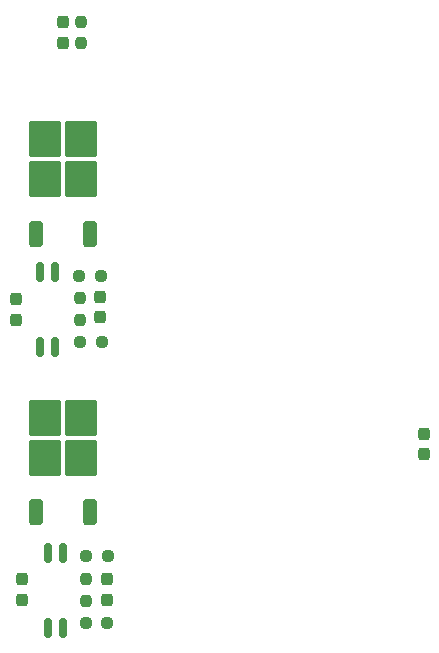
<source format=gbr>
%TF.GenerationSoftware,KiCad,Pcbnew,9.0.2*%
%TF.CreationDate,2025-06-04T00:20:04+07:00*%
%TF.ProjectId,Pneumatic,506e6575-6d61-4746-9963-2e6b69636164,rev?*%
%TF.SameCoordinates,Original*%
%TF.FileFunction,Paste,Top*%
%TF.FilePolarity,Positive*%
%FSLAX46Y46*%
G04 Gerber Fmt 4.6, Leading zero omitted, Abs format (unit mm)*
G04 Created by KiCad (PCBNEW 9.0.2) date 2025-06-04 00:20:04*
%MOMM*%
%LPD*%
G01*
G04 APERTURE LIST*
G04 Aperture macros list*
%AMRoundRect*
0 Rectangle with rounded corners*
0 $1 Rounding radius*
0 $2 $3 $4 $5 $6 $7 $8 $9 X,Y pos of 4 corners*
0 Add a 4 corners polygon primitive as box body*
4,1,4,$2,$3,$4,$5,$6,$7,$8,$9,$2,$3,0*
0 Add four circle primitives for the rounded corners*
1,1,$1+$1,$2,$3*
1,1,$1+$1,$4,$5*
1,1,$1+$1,$6,$7*
1,1,$1+$1,$8,$9*
0 Add four rect primitives between the rounded corners*
20,1,$1+$1,$2,$3,$4,$5,0*
20,1,$1+$1,$4,$5,$6,$7,0*
20,1,$1+$1,$6,$7,$8,$9,0*
20,1,$1+$1,$8,$9,$2,$3,0*%
G04 Aperture macros list end*
%ADD10RoundRect,0.237500X-0.237500X0.250000X-0.237500X-0.250000X0.237500X-0.250000X0.237500X0.250000X0*%
%ADD11RoundRect,0.237500X0.250000X0.237500X-0.250000X0.237500X-0.250000X-0.237500X0.250000X-0.237500X0*%
%ADD12RoundRect,0.237500X0.237500X-0.300000X0.237500X0.300000X-0.237500X0.300000X-0.237500X-0.300000X0*%
%ADD13RoundRect,0.150000X0.150000X-0.662500X0.150000X0.662500X-0.150000X0.662500X-0.150000X-0.662500X0*%
%ADD14RoundRect,0.250000X1.125000X-1.275000X1.125000X1.275000X-1.125000X1.275000X-1.125000X-1.275000X0*%
%ADD15RoundRect,0.250000X0.350000X-0.850000X0.350000X0.850000X-0.350000X0.850000X-0.350000X-0.850000X0*%
%ADD16RoundRect,0.237500X0.237500X-0.287500X0.237500X0.287500X-0.237500X0.287500X-0.237500X-0.287500X0*%
%ADD17RoundRect,0.237500X0.237500X-0.250000X0.237500X0.250000X-0.237500X0.250000X-0.237500X-0.250000X0*%
%ADD18RoundRect,0.237500X-0.237500X0.287500X-0.237500X-0.287500X0.237500X-0.287500X0.237500X0.287500X0*%
G04 APERTURE END LIST*
D10*
%TO.C,R30*%
X105650000Y-67175000D03*
X105650000Y-69000000D03*
%TD*%
D11*
%TO.C,R20*%
X107845000Y-118125000D03*
X106020000Y-118125000D03*
%TD*%
D12*
%TO.C,C1*%
X134620000Y-103833000D03*
X134620000Y-102108000D03*
%TD*%
D13*
%TO.C,U7*%
X102810000Y-118512500D03*
X104080000Y-118512500D03*
X104080000Y-112137500D03*
X102810000Y-112137500D03*
%TD*%
D14*
%TO.C,Q5*%
X102600000Y-80500000D03*
X105650000Y-80500000D03*
X102600000Y-77150000D03*
X105650000Y-77150000D03*
D15*
X101845000Y-85125000D03*
X106405000Y-85125000D03*
%TD*%
D16*
%TO.C,D12*%
X107845000Y-116125000D03*
X107845000Y-114375000D03*
%TD*%
%TO.C,D11*%
X107252500Y-92225000D03*
X107252500Y-90475000D03*
%TD*%
D17*
%TO.C,R28*%
X106045000Y-116225000D03*
X106045000Y-114400000D03*
%TD*%
D14*
%TO.C,Q6*%
X102600000Y-104100000D03*
X105650000Y-104100000D03*
X102600000Y-100750000D03*
X105650000Y-100750000D03*
D15*
X101845000Y-108725000D03*
X106405000Y-108725000D03*
%TD*%
D16*
%TO.C,D7*%
X100645000Y-116125000D03*
X100645000Y-114375000D03*
%TD*%
D11*
%TO.C,R25*%
X107277500Y-88725000D03*
X105452500Y-88725000D03*
%TD*%
D13*
%TO.C,U8*%
X102117500Y-94725000D03*
X103387500Y-94725000D03*
X103387500Y-88350000D03*
X102117500Y-88350000D03*
%TD*%
D17*
%TO.C,R29*%
X105552500Y-92425000D03*
X105552500Y-90600000D03*
%TD*%
D11*
%TO.C,R24*%
X107870000Y-112425000D03*
X106045000Y-112425000D03*
%TD*%
%TO.C,R21*%
X107377500Y-94325000D03*
X105552500Y-94325000D03*
%TD*%
D16*
%TO.C,D6*%
X100125000Y-92425000D03*
X100125000Y-90675000D03*
%TD*%
D18*
%TO.C,D8*%
X104125000Y-67225000D03*
X104125000Y-68975000D03*
%TD*%
M02*

</source>
